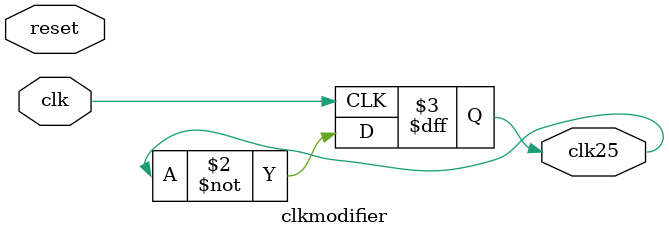
<source format=sv>
module clkmodifier(
	input logic clk, reset,
	output logic clk25
	);
	//Cut the clock in half
	always_ff @(posedge clk)
	begin
		if (reset)
		begin
			clk25 <= 0;
		end
		clk25 <= ~clk25;
	end
endmodule

</source>
